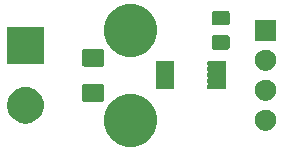
<source format=gbr>
G04 #@! TF.GenerationSoftware,KiCad,Pcbnew,5.1.5*
G04 #@! TF.CreationDate,2020-01-04T22:00:14+01:00*
G04 #@! TF.ProjectId,cs_ina220,63735f69-6e61-4323-9230-2e6b69636164,rev?*
G04 #@! TF.SameCoordinates,Original*
G04 #@! TF.FileFunction,Soldermask,Top*
G04 #@! TF.FilePolarity,Negative*
%FSLAX46Y46*%
G04 Gerber Fmt 4.6, Leading zero omitted, Abs format (unit mm)*
G04 Created by KiCad (PCBNEW 5.1.5) date 2020-01-04 22:00:14*
%MOMM*%
%LPD*%
G04 APERTURE LIST*
%ADD10C,0.100000*%
G04 APERTURE END LIST*
D10*
G36*
X120925880Y-93009776D02*
G01*
X121306593Y-93085504D01*
X121716249Y-93255189D01*
X122084929Y-93501534D01*
X122398466Y-93815071D01*
X122644811Y-94183751D01*
X122814496Y-94593407D01*
X122901000Y-95028296D01*
X122901000Y-95471704D01*
X122814496Y-95906593D01*
X122644811Y-96316249D01*
X122398466Y-96684929D01*
X122084929Y-96998466D01*
X121716249Y-97244811D01*
X121306593Y-97414496D01*
X120925880Y-97490224D01*
X120871705Y-97501000D01*
X120428295Y-97501000D01*
X120374120Y-97490224D01*
X119993407Y-97414496D01*
X119583751Y-97244811D01*
X119215071Y-96998466D01*
X118901534Y-96684929D01*
X118655189Y-96316249D01*
X118485504Y-95906593D01*
X118399000Y-95471704D01*
X118399000Y-95028296D01*
X118485504Y-94593407D01*
X118655189Y-94183751D01*
X118901534Y-93815071D01*
X119215071Y-93501534D01*
X119583751Y-93255189D01*
X119993407Y-93085504D01*
X120374120Y-93009776D01*
X120428295Y-92999000D01*
X120871705Y-92999000D01*
X120925880Y-93009776D01*
G37*
G36*
X132193512Y-94353927D02*
G01*
X132342812Y-94383624D01*
X132506784Y-94451544D01*
X132654354Y-94550147D01*
X132779853Y-94675646D01*
X132878456Y-94823216D01*
X132946376Y-94987188D01*
X132981000Y-95161259D01*
X132981000Y-95338741D01*
X132946376Y-95512812D01*
X132878456Y-95676784D01*
X132779853Y-95824354D01*
X132654354Y-95949853D01*
X132506784Y-96048456D01*
X132342812Y-96116376D01*
X132193512Y-96146073D01*
X132168742Y-96151000D01*
X131991258Y-96151000D01*
X131966488Y-96146073D01*
X131817188Y-96116376D01*
X131653216Y-96048456D01*
X131505646Y-95949853D01*
X131380147Y-95824354D01*
X131281544Y-95676784D01*
X131213624Y-95512812D01*
X131179000Y-95338741D01*
X131179000Y-95161259D01*
X131213624Y-94987188D01*
X131281544Y-94823216D01*
X131380147Y-94675646D01*
X131505646Y-94550147D01*
X131653216Y-94451544D01*
X131817188Y-94383624D01*
X131966488Y-94353927D01*
X131991258Y-94349000D01*
X132168742Y-94349000D01*
X132193512Y-94353927D01*
G37*
G36*
X112062585Y-92458802D02*
G01*
X112212410Y-92488604D01*
X112494674Y-92605521D01*
X112748705Y-92775259D01*
X112964741Y-92991295D01*
X113134479Y-93245326D01*
X113251396Y-93527590D01*
X113272935Y-93635873D01*
X113308580Y-93815071D01*
X113311000Y-93827240D01*
X113311000Y-94132760D01*
X113251396Y-94432410D01*
X113134479Y-94714674D01*
X112964741Y-94968705D01*
X112748705Y-95184741D01*
X112494674Y-95354479D01*
X112212410Y-95471396D01*
X112062585Y-95501198D01*
X111912761Y-95531000D01*
X111607239Y-95531000D01*
X111457415Y-95501198D01*
X111307590Y-95471396D01*
X111025326Y-95354479D01*
X110771295Y-95184741D01*
X110555259Y-94968705D01*
X110385521Y-94714674D01*
X110268604Y-94432410D01*
X110209000Y-94132760D01*
X110209000Y-93827240D01*
X110211421Y-93815071D01*
X110247065Y-93635873D01*
X110268604Y-93527590D01*
X110385521Y-93245326D01*
X110555259Y-92991295D01*
X110771295Y-92775259D01*
X111025326Y-92605521D01*
X111307590Y-92488604D01*
X111457415Y-92458802D01*
X111607239Y-92429000D01*
X111912761Y-92429000D01*
X112062585Y-92458802D01*
G37*
G36*
X118250562Y-92168181D02*
G01*
X118285481Y-92178774D01*
X118317663Y-92195976D01*
X118345873Y-92219127D01*
X118369024Y-92247337D01*
X118386226Y-92279519D01*
X118396819Y-92314438D01*
X118401000Y-92356895D01*
X118401000Y-93498105D01*
X118396819Y-93540562D01*
X118386226Y-93575481D01*
X118369024Y-93607663D01*
X118345873Y-93635873D01*
X118317663Y-93659024D01*
X118285481Y-93676226D01*
X118250562Y-93686819D01*
X118208105Y-93691000D01*
X116741895Y-93691000D01*
X116699438Y-93686819D01*
X116664519Y-93676226D01*
X116632337Y-93659024D01*
X116604127Y-93635873D01*
X116580976Y-93607663D01*
X116563774Y-93575481D01*
X116553181Y-93540562D01*
X116549000Y-93498105D01*
X116549000Y-92356895D01*
X116553181Y-92314438D01*
X116563774Y-92279519D01*
X116580976Y-92247337D01*
X116604127Y-92219127D01*
X116632337Y-92195976D01*
X116664519Y-92178774D01*
X116699438Y-92168181D01*
X116741895Y-92164000D01*
X118208105Y-92164000D01*
X118250562Y-92168181D01*
G37*
G36*
X132193512Y-91813927D02*
G01*
X132342812Y-91843624D01*
X132506784Y-91911544D01*
X132654354Y-92010147D01*
X132779853Y-92135646D01*
X132878456Y-92283216D01*
X132946376Y-92447188D01*
X132981000Y-92621259D01*
X132981000Y-92798741D01*
X132946376Y-92972812D01*
X132878456Y-93136784D01*
X132779853Y-93284354D01*
X132654354Y-93409853D01*
X132506784Y-93508456D01*
X132342812Y-93576376D01*
X132193512Y-93606073D01*
X132168742Y-93611000D01*
X131991258Y-93611000D01*
X131966488Y-93606073D01*
X131817188Y-93576376D01*
X131653216Y-93508456D01*
X131505646Y-93409853D01*
X131380147Y-93284354D01*
X131281544Y-93136784D01*
X131213624Y-92972812D01*
X131179000Y-92798741D01*
X131179000Y-92621259D01*
X131213624Y-92447188D01*
X131281544Y-92283216D01*
X131380147Y-92135646D01*
X131505646Y-92010147D01*
X131653216Y-91911544D01*
X131817188Y-91843624D01*
X131966488Y-91813927D01*
X131991258Y-91809000D01*
X132168742Y-91809000D01*
X132193512Y-91813927D01*
G37*
G36*
X128675295Y-90240323D02*
G01*
X128682310Y-90242451D01*
X128688776Y-90245908D01*
X128694442Y-90250558D01*
X128699092Y-90256224D01*
X128702549Y-90262690D01*
X128704677Y-90269705D01*
X128706000Y-90283140D01*
X128706000Y-90596860D01*
X128704677Y-90610295D01*
X128702549Y-90617309D01*
X128695190Y-90631077D01*
X128685813Y-90653716D01*
X128681033Y-90677749D01*
X128681033Y-90702253D01*
X128685814Y-90726286D01*
X128695190Y-90748923D01*
X128702549Y-90762691D01*
X128704677Y-90769705D01*
X128706000Y-90783140D01*
X128706000Y-91096860D01*
X128704677Y-91110295D01*
X128702549Y-91117309D01*
X128695190Y-91131077D01*
X128685813Y-91153716D01*
X128681033Y-91177749D01*
X128681033Y-91202253D01*
X128685814Y-91226286D01*
X128695190Y-91248923D01*
X128702549Y-91262691D01*
X128704677Y-91269705D01*
X128706000Y-91283140D01*
X128706000Y-91596860D01*
X128704677Y-91610295D01*
X128702549Y-91617309D01*
X128695190Y-91631077D01*
X128685813Y-91653716D01*
X128681033Y-91677749D01*
X128681033Y-91702253D01*
X128685814Y-91726286D01*
X128695190Y-91748923D01*
X128702549Y-91762691D01*
X128704677Y-91769705D01*
X128706000Y-91783140D01*
X128706000Y-92096860D01*
X128704677Y-92110295D01*
X128702549Y-92117309D01*
X128695190Y-92131077D01*
X128685813Y-92153716D01*
X128681033Y-92177749D01*
X128681033Y-92202253D01*
X128685814Y-92226286D01*
X128695190Y-92248923D01*
X128702549Y-92262691D01*
X128704677Y-92269705D01*
X128706000Y-92283140D01*
X128706000Y-92596860D01*
X128704677Y-92610295D01*
X128702549Y-92617310D01*
X128699092Y-92623776D01*
X128694442Y-92629442D01*
X128688776Y-92634092D01*
X128682310Y-92637549D01*
X128675295Y-92639677D01*
X128661860Y-92641000D01*
X127198140Y-92641000D01*
X127184705Y-92639677D01*
X127177690Y-92637549D01*
X127171224Y-92634092D01*
X127165558Y-92629442D01*
X127160908Y-92623776D01*
X127157451Y-92617310D01*
X127155323Y-92610295D01*
X127154000Y-92596860D01*
X127154000Y-92283140D01*
X127155323Y-92269705D01*
X127157451Y-92262691D01*
X127164810Y-92248923D01*
X127174187Y-92226284D01*
X127178967Y-92202251D01*
X127178967Y-92177747D01*
X127174186Y-92153714D01*
X127164810Y-92131077D01*
X127157451Y-92117309D01*
X127155323Y-92110295D01*
X127154000Y-92096860D01*
X127154000Y-91783140D01*
X127155323Y-91769705D01*
X127157451Y-91762691D01*
X127164810Y-91748923D01*
X127174187Y-91726284D01*
X127178967Y-91702251D01*
X127178967Y-91677747D01*
X127174186Y-91653714D01*
X127164810Y-91631077D01*
X127157451Y-91617309D01*
X127155323Y-91610295D01*
X127154000Y-91596860D01*
X127154000Y-91283140D01*
X127155323Y-91269705D01*
X127157451Y-91262691D01*
X127164810Y-91248923D01*
X127174187Y-91226284D01*
X127178967Y-91202251D01*
X127178967Y-91177747D01*
X127174186Y-91153714D01*
X127164810Y-91131077D01*
X127157451Y-91117309D01*
X127155323Y-91110295D01*
X127154000Y-91096860D01*
X127154000Y-90783140D01*
X127155323Y-90769705D01*
X127157451Y-90762691D01*
X127164810Y-90748923D01*
X127174187Y-90726284D01*
X127178967Y-90702251D01*
X127178967Y-90677747D01*
X127174186Y-90653714D01*
X127164810Y-90631077D01*
X127157451Y-90617309D01*
X127155323Y-90610295D01*
X127154000Y-90596860D01*
X127154000Y-90283140D01*
X127155323Y-90269705D01*
X127157451Y-90262690D01*
X127160908Y-90256224D01*
X127165558Y-90250558D01*
X127171224Y-90245908D01*
X127177690Y-90242451D01*
X127184705Y-90240323D01*
X127198140Y-90239000D01*
X128661860Y-90239000D01*
X128675295Y-90240323D01*
G37*
G36*
X124275295Y-90240323D02*
G01*
X124282310Y-90242451D01*
X124288776Y-90245908D01*
X124294442Y-90250558D01*
X124299092Y-90256224D01*
X124302549Y-90262690D01*
X124304677Y-90269705D01*
X124306000Y-90283140D01*
X124306000Y-90596860D01*
X124304677Y-90610295D01*
X124302549Y-90617309D01*
X124295190Y-90631077D01*
X124285813Y-90653716D01*
X124281033Y-90677749D01*
X124281033Y-90702253D01*
X124285814Y-90726286D01*
X124295190Y-90748923D01*
X124302549Y-90762691D01*
X124304677Y-90769705D01*
X124306000Y-90783140D01*
X124306000Y-91096860D01*
X124304677Y-91110295D01*
X124302549Y-91117309D01*
X124295190Y-91131077D01*
X124285813Y-91153716D01*
X124281033Y-91177749D01*
X124281033Y-91202253D01*
X124285814Y-91226286D01*
X124295190Y-91248923D01*
X124302549Y-91262691D01*
X124304677Y-91269705D01*
X124306000Y-91283140D01*
X124306000Y-91596860D01*
X124304677Y-91610295D01*
X124302549Y-91617309D01*
X124295190Y-91631077D01*
X124285813Y-91653716D01*
X124281033Y-91677749D01*
X124281033Y-91702253D01*
X124285814Y-91726286D01*
X124295190Y-91748923D01*
X124302549Y-91762691D01*
X124304677Y-91769705D01*
X124306000Y-91783140D01*
X124306000Y-92096860D01*
X124304677Y-92110295D01*
X124302549Y-92117309D01*
X124295190Y-92131077D01*
X124285813Y-92153716D01*
X124281033Y-92177749D01*
X124281033Y-92202253D01*
X124285814Y-92226286D01*
X124295190Y-92248923D01*
X124302549Y-92262691D01*
X124304677Y-92269705D01*
X124306000Y-92283140D01*
X124306000Y-92596860D01*
X124304677Y-92610295D01*
X124302549Y-92617310D01*
X124299092Y-92623776D01*
X124294442Y-92629442D01*
X124288776Y-92634092D01*
X124282310Y-92637549D01*
X124275295Y-92639677D01*
X124261860Y-92641000D01*
X122798140Y-92641000D01*
X122784705Y-92639677D01*
X122777690Y-92637549D01*
X122771224Y-92634092D01*
X122765558Y-92629442D01*
X122760908Y-92623776D01*
X122757451Y-92617310D01*
X122755323Y-92610295D01*
X122754000Y-92596860D01*
X122754000Y-92283140D01*
X122755323Y-92269705D01*
X122757451Y-92262691D01*
X122764810Y-92248923D01*
X122774187Y-92226284D01*
X122778967Y-92202251D01*
X122778967Y-92177747D01*
X122774186Y-92153714D01*
X122764810Y-92131077D01*
X122757451Y-92117309D01*
X122755323Y-92110295D01*
X122754000Y-92096860D01*
X122754000Y-91783140D01*
X122755323Y-91769705D01*
X122757451Y-91762691D01*
X122764810Y-91748923D01*
X122774187Y-91726284D01*
X122778967Y-91702251D01*
X122778967Y-91677747D01*
X122774186Y-91653714D01*
X122764810Y-91631077D01*
X122757451Y-91617309D01*
X122755323Y-91610295D01*
X122754000Y-91596860D01*
X122754000Y-91283140D01*
X122755323Y-91269705D01*
X122757451Y-91262691D01*
X122764810Y-91248923D01*
X122774187Y-91226284D01*
X122778967Y-91202251D01*
X122778967Y-91177747D01*
X122774186Y-91153714D01*
X122764810Y-91131077D01*
X122757451Y-91117309D01*
X122755323Y-91110295D01*
X122754000Y-91096860D01*
X122754000Y-90783140D01*
X122755323Y-90769705D01*
X122757451Y-90762691D01*
X122764810Y-90748923D01*
X122774187Y-90726284D01*
X122778967Y-90702251D01*
X122778967Y-90677747D01*
X122774186Y-90653714D01*
X122764810Y-90631077D01*
X122757451Y-90617309D01*
X122755323Y-90610295D01*
X122754000Y-90596860D01*
X122754000Y-90283140D01*
X122755323Y-90269705D01*
X122757451Y-90262690D01*
X122760908Y-90256224D01*
X122765558Y-90250558D01*
X122771224Y-90245908D01*
X122777690Y-90242451D01*
X122784705Y-90240323D01*
X122798140Y-90239000D01*
X124261860Y-90239000D01*
X124275295Y-90240323D01*
G37*
G36*
X132185518Y-89272337D02*
G01*
X132342812Y-89303624D01*
X132506784Y-89371544D01*
X132654354Y-89470147D01*
X132779853Y-89595646D01*
X132878456Y-89743216D01*
X132946376Y-89907188D01*
X132981000Y-90081259D01*
X132981000Y-90258741D01*
X132946376Y-90432812D01*
X132878456Y-90596784D01*
X132779853Y-90744354D01*
X132654354Y-90869853D01*
X132506784Y-90968456D01*
X132342812Y-91036376D01*
X132193512Y-91066073D01*
X132168742Y-91071000D01*
X131991258Y-91071000D01*
X131966488Y-91066073D01*
X131817188Y-91036376D01*
X131653216Y-90968456D01*
X131505646Y-90869853D01*
X131380147Y-90744354D01*
X131281544Y-90596784D01*
X131213624Y-90432812D01*
X131179000Y-90258741D01*
X131179000Y-90081259D01*
X131213624Y-89907188D01*
X131281544Y-89743216D01*
X131380147Y-89595646D01*
X131505646Y-89470147D01*
X131653216Y-89371544D01*
X131817188Y-89303624D01*
X131974482Y-89272337D01*
X131991258Y-89269000D01*
X132168742Y-89269000D01*
X132185518Y-89272337D01*
G37*
G36*
X118250562Y-89193181D02*
G01*
X118285481Y-89203774D01*
X118317663Y-89220976D01*
X118345873Y-89244127D01*
X118369024Y-89272337D01*
X118386226Y-89304519D01*
X118396819Y-89339438D01*
X118401000Y-89381895D01*
X118401000Y-90523105D01*
X118396819Y-90565562D01*
X118386226Y-90600481D01*
X118369024Y-90632663D01*
X118345873Y-90660873D01*
X118317663Y-90684024D01*
X118285481Y-90701226D01*
X118250562Y-90711819D01*
X118208105Y-90716000D01*
X116741895Y-90716000D01*
X116699438Y-90711819D01*
X116664519Y-90701226D01*
X116632337Y-90684024D01*
X116604127Y-90660873D01*
X116580976Y-90632663D01*
X116563774Y-90600481D01*
X116553181Y-90565562D01*
X116549000Y-90523105D01*
X116549000Y-89381895D01*
X116553181Y-89339438D01*
X116563774Y-89304519D01*
X116580976Y-89272337D01*
X116604127Y-89244127D01*
X116632337Y-89220976D01*
X116664519Y-89203774D01*
X116699438Y-89193181D01*
X116741895Y-89189000D01*
X118208105Y-89189000D01*
X118250562Y-89193181D01*
G37*
G36*
X113311000Y-90451000D02*
G01*
X110209000Y-90451000D01*
X110209000Y-87349000D01*
X113311000Y-87349000D01*
X113311000Y-90451000D01*
G37*
G36*
X120925880Y-85389776D02*
G01*
X121306593Y-85465504D01*
X121716249Y-85635189D01*
X122084929Y-85881534D01*
X122398466Y-86195071D01*
X122644811Y-86563751D01*
X122814496Y-86973407D01*
X122901000Y-87408296D01*
X122901000Y-87851704D01*
X122814496Y-88286593D01*
X122644811Y-88696249D01*
X122398466Y-89064929D01*
X122084929Y-89378466D01*
X121716249Y-89624811D01*
X121306593Y-89794496D01*
X120925880Y-89870224D01*
X120871705Y-89881000D01*
X120428295Y-89881000D01*
X120374120Y-89870224D01*
X119993407Y-89794496D01*
X119583751Y-89624811D01*
X119215071Y-89378466D01*
X118901534Y-89064929D01*
X118655189Y-88696249D01*
X118485504Y-88286593D01*
X118399000Y-87851704D01*
X118399000Y-87408296D01*
X118485504Y-86973407D01*
X118655189Y-86563751D01*
X118901534Y-86195071D01*
X119215071Y-85881534D01*
X119583751Y-85635189D01*
X119993407Y-85465504D01*
X120374120Y-85389776D01*
X120428295Y-85379000D01*
X120871705Y-85379000D01*
X120925880Y-85389776D01*
G37*
G36*
X128858674Y-88033465D02*
G01*
X128896367Y-88044899D01*
X128931103Y-88063466D01*
X128961548Y-88088452D01*
X128986534Y-88118897D01*
X129005101Y-88153633D01*
X129016535Y-88191326D01*
X129021000Y-88236661D01*
X129021000Y-89073339D01*
X129016535Y-89118674D01*
X129005101Y-89156367D01*
X128986534Y-89191103D01*
X128961548Y-89221548D01*
X128931103Y-89246534D01*
X128896367Y-89265101D01*
X128858674Y-89276535D01*
X128813339Y-89281000D01*
X127726661Y-89281000D01*
X127681326Y-89276535D01*
X127643633Y-89265101D01*
X127608897Y-89246534D01*
X127578452Y-89221548D01*
X127553466Y-89191103D01*
X127534899Y-89156367D01*
X127523465Y-89118674D01*
X127519000Y-89073339D01*
X127519000Y-88236661D01*
X127523465Y-88191326D01*
X127534899Y-88153633D01*
X127553466Y-88118897D01*
X127578452Y-88088452D01*
X127608897Y-88063466D01*
X127643633Y-88044899D01*
X127681326Y-88033465D01*
X127726661Y-88029000D01*
X128813339Y-88029000D01*
X128858674Y-88033465D01*
G37*
G36*
X132981000Y-88531000D02*
G01*
X131179000Y-88531000D01*
X131179000Y-86729000D01*
X132981000Y-86729000D01*
X132981000Y-88531000D01*
G37*
G36*
X128858674Y-85983465D02*
G01*
X128896367Y-85994899D01*
X128931103Y-86013466D01*
X128961548Y-86038452D01*
X128986534Y-86068897D01*
X129005101Y-86103633D01*
X129016535Y-86141326D01*
X129021000Y-86186661D01*
X129021000Y-87023339D01*
X129016535Y-87068674D01*
X129005101Y-87106367D01*
X128986534Y-87141103D01*
X128961548Y-87171548D01*
X128931103Y-87196534D01*
X128896367Y-87215101D01*
X128858674Y-87226535D01*
X128813339Y-87231000D01*
X127726661Y-87231000D01*
X127681326Y-87226535D01*
X127643633Y-87215101D01*
X127608897Y-87196534D01*
X127578452Y-87171548D01*
X127553466Y-87141103D01*
X127534899Y-87106367D01*
X127523465Y-87068674D01*
X127519000Y-87023339D01*
X127519000Y-86186661D01*
X127523465Y-86141326D01*
X127534899Y-86103633D01*
X127553466Y-86068897D01*
X127578452Y-86038452D01*
X127608897Y-86013466D01*
X127643633Y-85994899D01*
X127681326Y-85983465D01*
X127726661Y-85979000D01*
X128813339Y-85979000D01*
X128858674Y-85983465D01*
G37*
M02*

</source>
